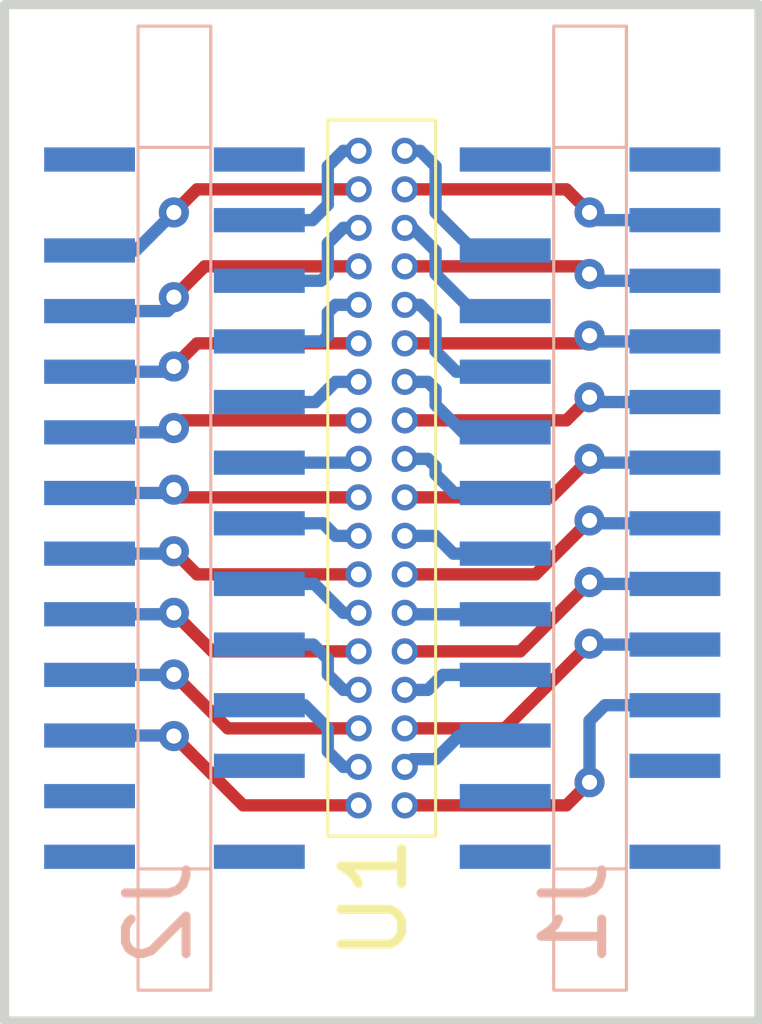
<source format=kicad_pcb>
(kicad_pcb (version 20171130) (host pcbnew "(5.1.6-0-10_14)")

  (general
    (thickness 1.6)
    (drawings 8)
    (tracks 167)
    (zones 0)
    (modules 3)
    (nets 49)
  )

  (page A4)
  (title_block
    (company "Universidade Federal de Minas Gerais")
    (comment 2 "Márcio Flávio Dutra Moraes")
    (comment 3 "Paulo Aparecido Amaral Júnior")
    (comment 4 "Flávio Afonso Gonçalves Mourão")
  )

  (layers
    (0 F.Cu signal)
    (31 B.Cu signal)
    (32 B.Adhes user)
    (33 F.Adhes user)
    (34 B.Paste user)
    (35 F.Paste user)
    (36 B.SilkS user)
    (37 F.SilkS user)
    (38 B.Mask user)
    (39 F.Mask user)
    (40 Dwgs.User user)
    (41 Cmts.User user)
    (42 Eco1.User user)
    (43 Eco2.User user)
    (44 Edge.Cuts user)
    (45 Margin user)
    (46 B.CrtYd user)
    (47 F.CrtYd user)
    (48 B.Fab user hide)
    (49 F.Fab user hide)
  )

  (setup
    (last_trace_width 0.2032)
    (trace_clearance 0.1778)
    (zone_clearance 0.508)
    (zone_45_only no)
    (trace_min 0.2)
    (via_size 0.49784)
    (via_drill 0.24892)
    (via_min_size 0.4)
    (via_min_drill 0.2032)
    (uvia_size 0.3)
    (uvia_drill 0.1)
    (uvias_allowed no)
    (uvia_min_size 0.254)
    (uvia_min_drill 0.1)
    (edge_width 0.15)
    (segment_width 0.2)
    (pcb_text_width 0.3)
    (pcb_text_size 1.5 1.5)
    (mod_edge_width 0.15)
    (mod_text_size 1 1)
    (mod_text_width 0.15)
    (pad_size 1.524 1.524)
    (pad_drill 0.762)
    (pad_to_mask_clearance 0.2)
    (aux_axis_origin 0 0)
    (visible_elements 7FFFFFFF)
    (pcbplotparams
      (layerselection 0x00030_80000001)
      (usegerberextensions false)
      (usegerberattributes true)
      (usegerberadvancedattributes true)
      (creategerberjobfile true)
      (excludeedgelayer true)
      (linewidth 0.100000)
      (plotframeref false)
      (viasonmask false)
      (mode 1)
      (useauxorigin false)
      (hpglpennumber 1)
      (hpglpenspeed 20)
      (hpglpendiameter 15.000000)
      (psnegative false)
      (psa4output false)
      (plotreference true)
      (plotvalue true)
      (plotinvisibletext false)
      (padsonsilk false)
      (subtractmaskfromsilk false)
      (outputformat 1)
      (mirror false)
      (drillshape 1)
      (scaleselection 1)
      (outputdirectory ""))
  )

  (net 0 "")
  (net 1 "Net-(J1-Pad42)")
  (net 2 "Net-(J1-Pad43)")
  (net 3 "Net-(J1-Pad41)")
  (net 4 /3)
  (net 5 /7)
  (net 6 /11)
  (net 7 /15)
  (net 8 /19)
  (net 9 /23)
  (net 10 /27)
  (net 11 /31)
  (net 12 /35)
  (net 13 "Net-(J1-Pad19)")
  (net 14 /1)
  (net 15 /5)
  (net 16 /9)
  (net 17 /13)
  (net 18 /17)
  (net 19 /21)
  (net 20 /25)
  (net 21 /29)
  (net 22 /33)
  (net 23 "Net-(J1-Pad20)")
  (net 24 "Net-(J1-Pad40)")
  (net 25 "Net-(J2-Pad42)")
  (net 26 "Net-(J2-Pad43)")
  (net 27 "Net-(J2-Pad41)")
  (net 28 /2)
  (net 29 /6)
  (net 30 /10)
  (net 31 /14)
  (net 32 /18)
  (net 33 /22)
  (net 34 /26)
  (net 35 /30)
  (net 36 /34)
  (net 37 "Net-(J2-Pad19)")
  (net 38 /4)
  (net 39 /8)
  (net 40 /12)
  (net 41 /16)
  (net 42 /20)
  (net 43 /24)
  (net 44 /28)
  (net 45 /32)
  (net 46 /36)
  (net 47 "Net-(J2-Pad20)")
  (net 48 "Net-(J2-Pad40)")

  (net_class Default "This is the default net class."
    (clearance 0.1778)
    (trace_width 0.2032)
    (via_dia 0.49784)
    (via_drill 0.24892)
    (uvia_dia 0.3)
    (uvia_drill 0.1)
    (add_net /1)
    (add_net /10)
    (add_net /11)
    (add_net /12)
    (add_net /13)
    (add_net /14)
    (add_net /15)
    (add_net /16)
    (add_net /17)
    (add_net /18)
    (add_net /19)
    (add_net /2)
    (add_net /20)
    (add_net /21)
    (add_net /22)
    (add_net /23)
    (add_net /24)
    (add_net /25)
    (add_net /26)
    (add_net /27)
    (add_net /28)
    (add_net /29)
    (add_net /3)
    (add_net /30)
    (add_net /31)
    (add_net /32)
    (add_net /33)
    (add_net /34)
    (add_net /35)
    (add_net /36)
    (add_net /4)
    (add_net /5)
    (add_net /6)
    (add_net /7)
    (add_net /8)
    (add_net /9)
    (add_net "Net-(J1-Pad19)")
    (add_net "Net-(J1-Pad20)")
    (add_net "Net-(J1-Pad40)")
    (add_net "Net-(J1-Pad41)")
    (add_net "Net-(J1-Pad42)")
    (add_net "Net-(J1-Pad43)")
    (add_net "Net-(J2-Pad19)")
    (add_net "Net-(J2-Pad20)")
    (add_net "Net-(J2-Pad40)")
    (add_net "Net-(J2-Pad41)")
    (add_net "Net-(J2-Pad42)")
    (add_net "Net-(J2-Pad43)")
  )

  (module NNClib:FFCfemale20 (layer B.Cu) (tedit 5B3B6979) (tstamp 5B2D7433)
    (at 157.099 103.632 270)
    (path /5B2D415F)
    (fp_text reference J1 (at 11.43 2.413 270) (layer B.SilkS)
      (effects (font (size 1 1) (thickness 0.15)) (justify mirror))
    )
    (fp_text value FFCfemale20 (at -6.1595 -9.2075) (layer B.Fab)
      (effects (font (size 1 1) (thickness 0.15)) (justify mirror))
    )
    (fp_line (start 10.7 2.75) (end 10.7 1.55) (layer B.SilkS) (width 0.0508))
    (fp_line (start -1.2 2.75) (end 10.7 2.75) (layer B.SilkS) (width 0.0508))
    (fp_line (start -1.2 1.55) (end -1.2 2.75) (layer B.SilkS) (width 0.0508))
    (fp_line (start 10.7 1.55) (end -1.2 1.55) (layer B.SilkS) (width 0.0508))
    (fp_line (start -3.2 1.55) (end -1.2 1.55) (layer B.SilkS) (width 0.0508))
    (fp_line (start -1.2 1.55) (end -3.2 1.55) (layer B.SilkS) (width 0.0508))
    (fp_line (start -3.2 2.75) (end -3.2 1.55) (layer B.SilkS) (width 0.0508))
    (fp_line (start -1.2 2.75) (end -3.2 2.75) (layer B.SilkS) (width 0.0508))
    (fp_line (start 10.7 2.75) (end 12.7 2.75) (layer B.SilkS) (width 0.0508))
    (fp_line (start 12.7 1.55) (end 12.7 2.75) (layer B.SilkS) (width 0.0508))
    (fp_line (start 10.7 1.55) (end 12.7 1.55) (layer B.SilkS) (width 0.0508))
    (pad 42 smd rect (at 10.5 0.75 270) (size 0.4 1.5) (layers B.Cu B.Paste B.Mask)
      (net 1 "Net-(J1-Pad42)"))
    (pad 43 smd rect (at 10.5 3.55 270) (size 0.4 1.5) (layers B.Cu B.Paste B.Mask)
      (net 2 "Net-(J1-Pad43)"))
    (pad 41 smd rect (at -1 3.55 270) (size 0.4 1.5) (layers B.Cu B.Paste B.Mask)
      (net 3 "Net-(J1-Pad41)"))
    (pad 1 smd rect (at 0 0.75 90) (size 0.4 1.5) (layers B.Cu B.Paste B.Mask)
      (net 4 /3))
    (pad 3 smd rect (at 1 0.75 90) (size 0.4 1.5) (layers B.Cu B.Paste B.Mask)
      (net 5 /7))
    (pad 5 smd rect (at 2 0.75 90) (size 0.4 1.5) (layers B.Cu B.Paste B.Mask)
      (net 6 /11))
    (pad 7 smd rect (at 3 0.75 90) (size 0.4 1.5) (layers B.Cu B.Paste B.Mask)
      (net 7 /15))
    (pad 9 smd rect (at 4 0.75 90) (size 0.4 1.5) (layers B.Cu B.Paste B.Mask)
      (net 8 /19))
    (pad 11 smd rect (at 5 0.75 90) (size 0.4 1.5) (layers B.Cu B.Paste B.Mask)
      (net 9 /23))
    (pad 13 smd rect (at 6 0.75 90) (size 0.4 1.5) (layers B.Cu B.Paste B.Mask)
      (net 10 /27))
    (pad 15 smd rect (at 7 0.75 90) (size 0.4 1.5) (layers B.Cu B.Paste B.Mask)
      (net 11 /31))
    (pad 17 smd rect (at 8 0.75 90) (size 0.4 1.5) (layers B.Cu B.Paste B.Mask)
      (net 12 /35))
    (pad 19 smd rect (at 9 0.75 90) (size 0.4 1.5) (layers B.Cu B.Paste B.Mask)
      (net 13 "Net-(J1-Pad19)"))
    (pad 2 smd rect (at 0.5 3.55 90) (size 0.4 1.5) (layers B.Cu B.Paste B.Mask)
      (net 14 /1))
    (pad 4 smd rect (at 1.5 3.55 90) (size 0.4 1.5) (layers B.Cu B.Paste B.Mask)
      (net 15 /5))
    (pad 6 smd rect (at 2.5 3.55 90) (size 0.4 1.5) (layers B.Cu B.Paste B.Mask)
      (net 16 /9))
    (pad 8 smd rect (at 3.5 3.55 90) (size 0.4 1.5) (layers B.Cu B.Paste B.Mask)
      (net 17 /13))
    (pad 10 smd rect (at 4.5 3.55 90) (size 0.4 1.5) (layers B.Cu B.Paste B.Mask)
      (net 18 /17))
    (pad 12 smd rect (at 5.5 3.55 90) (size 0.4 1.5) (layers B.Cu B.Paste B.Mask)
      (net 19 /21))
    (pad 14 smd rect (at 6.5 3.55 90) (size 0.4 1.5) (layers B.Cu B.Paste B.Mask)
      (net 20 /25))
    (pad 16 smd rect (at 7.5 3.55 90) (size 0.4 1.5) (layers B.Cu B.Paste B.Mask)
      (net 21 /29))
    (pad 18 smd rect (at 8.5 3.55 90) (size 0.4 1.5) (layers B.Cu B.Paste B.Mask)
      (net 22 /33))
    (pad 20 smd rect (at 9.5 3.55 90) (size 0.4 1.5) (layers B.Cu B.Paste B.Mask)
      (net 23 "Net-(J1-Pad20)"))
    (pad 40 smd rect (at -1 0.75 270) (size 0.4 1.5) (layers B.Cu B.Paste B.Mask)
      (net 24 "Net-(J1-Pad40)"))
  )

  (module NNClib:FFCfemale20 (layer B.Cu) (tedit 5B3B6976) (tstamp 5B2D744F)
    (at 150.241 103.632 270)
    (path /5B2D4189)
    (fp_text reference J2 (at 11.43 2.413 270) (layer B.SilkS)
      (effects (font (size 1 1) (thickness 0.15)) (justify mirror))
    )
    (fp_text value FFCfemale20 (at -3.937 -16.4465) (layer B.Fab)
      (effects (font (size 1 1) (thickness 0.15)) (justify mirror))
    )
    (fp_line (start 10.7 2.75) (end 10.7 1.55) (layer B.SilkS) (width 0.0508))
    (fp_line (start -1.2 2.75) (end 10.7 2.75) (layer B.SilkS) (width 0.0508))
    (fp_line (start -1.2 1.55) (end -1.2 2.75) (layer B.SilkS) (width 0.0508))
    (fp_line (start 10.7 1.55) (end -1.2 1.55) (layer B.SilkS) (width 0.0508))
    (fp_line (start -3.2 1.55) (end -1.2 1.55) (layer B.SilkS) (width 0.0508))
    (fp_line (start -1.2 1.55) (end -3.2 1.55) (layer B.SilkS) (width 0.0508))
    (fp_line (start -3.2 2.75) (end -3.2 1.55) (layer B.SilkS) (width 0.0508))
    (fp_line (start -1.2 2.75) (end -3.2 2.75) (layer B.SilkS) (width 0.0508))
    (fp_line (start 10.7 2.75) (end 12.7 2.75) (layer B.SilkS) (width 0.0508))
    (fp_line (start 12.7 1.55) (end 12.7 2.75) (layer B.SilkS) (width 0.0508))
    (fp_line (start 10.7 1.55) (end 12.7 1.55) (layer B.SilkS) (width 0.0508))
    (pad 42 smd rect (at 10.5 0.75 270) (size 0.4 1.5) (layers B.Cu B.Paste B.Mask)
      (net 25 "Net-(J2-Pad42)"))
    (pad 43 smd rect (at 10.5 3.55 270) (size 0.4 1.5) (layers B.Cu B.Paste B.Mask)
      (net 26 "Net-(J2-Pad43)"))
    (pad 41 smd rect (at -1 3.55 270) (size 0.4 1.5) (layers B.Cu B.Paste B.Mask)
      (net 27 "Net-(J2-Pad41)"))
    (pad 1 smd rect (at 0 0.75 90) (size 0.4 1.5) (layers B.Cu B.Paste B.Mask)
      (net 28 /2))
    (pad 3 smd rect (at 1 0.75 90) (size 0.4 1.5) (layers B.Cu B.Paste B.Mask)
      (net 29 /6))
    (pad 5 smd rect (at 2 0.75 90) (size 0.4 1.5) (layers B.Cu B.Paste B.Mask)
      (net 30 /10))
    (pad 7 smd rect (at 3 0.75 90) (size 0.4 1.5) (layers B.Cu B.Paste B.Mask)
      (net 31 /14))
    (pad 9 smd rect (at 4 0.75 90) (size 0.4 1.5) (layers B.Cu B.Paste B.Mask)
      (net 32 /18))
    (pad 11 smd rect (at 5 0.75 90) (size 0.4 1.5) (layers B.Cu B.Paste B.Mask)
      (net 33 /22))
    (pad 13 smd rect (at 6 0.75 90) (size 0.4 1.5) (layers B.Cu B.Paste B.Mask)
      (net 34 /26))
    (pad 15 smd rect (at 7 0.75 90) (size 0.4 1.5) (layers B.Cu B.Paste B.Mask)
      (net 35 /30))
    (pad 17 smd rect (at 8 0.75 90) (size 0.4 1.5) (layers B.Cu B.Paste B.Mask)
      (net 36 /34))
    (pad 19 smd rect (at 9 0.75 90) (size 0.4 1.5) (layers B.Cu B.Paste B.Mask)
      (net 37 "Net-(J2-Pad19)"))
    (pad 2 smd rect (at 0.5 3.55 90) (size 0.4 1.5) (layers B.Cu B.Paste B.Mask)
      (net 38 /4))
    (pad 4 smd rect (at 1.5 3.55 90) (size 0.4 1.5) (layers B.Cu B.Paste B.Mask)
      (net 39 /8))
    (pad 6 smd rect (at 2.5 3.55 90) (size 0.4 1.5) (layers B.Cu B.Paste B.Mask)
      (net 40 /12))
    (pad 8 smd rect (at 3.5 3.55 90) (size 0.4 1.5) (layers B.Cu B.Paste B.Mask)
      (net 41 /16))
    (pad 10 smd rect (at 4.5 3.55 90) (size 0.4 1.5) (layers B.Cu B.Paste B.Mask)
      (net 42 /20))
    (pad 12 smd rect (at 5.5 3.55 90) (size 0.4 1.5) (layers B.Cu B.Paste B.Mask)
      (net 43 /24))
    (pad 14 smd rect (at 6.5 3.55 90) (size 0.4 1.5) (layers B.Cu B.Paste B.Mask)
      (net 44 /28))
    (pad 16 smd rect (at 7.5 3.55 90) (size 0.4 1.5) (layers B.Cu B.Paste B.Mask)
      (net 45 /32))
    (pad 18 smd rect (at 8.5 3.55 90) (size 0.4 1.5) (layers B.Cu B.Paste B.Mask)
      (net 46 /36))
    (pad 20 smd rect (at 9.5 3.55 90) (size 0.4 1.5) (layers B.Cu B.Paste B.Mask)
      (net 47 "Net-(J2-Pad20)"))
    (pad 40 smd rect (at -1 0.75 270) (size 0.4 1.5) (layers B.Cu B.Paste B.Mask)
      (net 48 "Net-(J2-Pad40)"))
  )

  (module NNClib:Omn_A79026_pin (layer F.Cu) (tedit 5B3B694F) (tstamp 5B46F40E)
    (at 150.114 102.489 270)
    (path /5B2D41C5)
    (fp_text reference U1 (at 12.319 -1.27 270) (layer F.SilkS)
      (effects (font (size 1 1) (thickness 0.15)))
    )
    (fp_text value Omn_A79026-001 (at -1.2065 -18.0975) (layer F.Fab)
      (effects (font (size 1 1) (thickness 0.15)))
    )
    (fp_line (start 11.303 -0.508) (end 11.303 -2.286) (layer F.SilkS) (width 0.0508))
    (fp_line (start -0.508 -2.286) (end -0.508 -0.508) (layer F.SilkS) (width 0.0508))
    (fp_line (start -0.508 -0.508) (end 0.254 -0.508) (layer F.SilkS) (width 0.0508))
    (fp_line (start -0.508 -2.286) (end 0.254 -2.286) (layer F.SilkS) (width 0.0508))
    (fp_line (start 11.303 -2.286) (end 10.541 -2.286) (layer F.SilkS) (width 0.0508))
    (fp_line (start 11.303 -0.508) (end 10.541 -0.508) (layer F.SilkS) (width 0.0508))
    (fp_line (start 0.254 -2.286) (end 10.541 -2.286) (layer F.SilkS) (width 0.05))
    (fp_line (start 0.254 -0.508) (end 10.541 -0.508) (layer F.SilkS) (width 0.05))
    (pad 1 thru_hole circle (at 0 -1.778 270) (size 0.4318 0.4318) (drill 0.254) (layers *.Cu *.Mask)
      (net 14 /1))
    (pad 2 thru_hole circle (at 0 -1.016 270) (size 0.4318 0.4318) (drill 0.254) (layers *.Cu *.Mask)
      (net 28 /2))
    (pad 3 thru_hole circle (at 0.635 -1.778 270) (size 0.4318 0.4318) (drill 0.254) (layers *.Cu *.Mask)
      (net 4 /3))
    (pad 4 thru_hole circle (at 0.635 -1.016 270) (size 0.4318 0.4318) (drill 0.254) (layers *.Cu *.Mask)
      (net 38 /4))
    (pad 5 thru_hole circle (at 1.27 -1.778 270) (size 0.4318 0.4318) (drill 0.254) (layers *.Cu *.Mask)
      (net 15 /5))
    (pad 6 thru_hole circle (at 1.27 -1.016 270) (size 0.4318 0.4318) (drill 0.254) (layers *.Cu *.Mask)
      (net 29 /6))
    (pad 7 thru_hole circle (at 1.905 -1.778 270) (size 0.4318 0.4318) (drill 0.254) (layers *.Cu *.Mask)
      (net 5 /7))
    (pad 8 thru_hole circle (at 1.905 -1.016 270) (size 0.4318 0.4318) (drill 0.254) (layers *.Cu *.Mask)
      (net 39 /8))
    (pad 9 thru_hole circle (at 2.54 -1.778 270) (size 0.4318 0.4318) (drill 0.254) (layers *.Cu *.Mask)
      (net 16 /9))
    (pad 10 thru_hole circle (at 2.54 -1.016 270) (size 0.4318 0.4318) (drill 0.254) (layers *.Cu *.Mask)
      (net 30 /10))
    (pad 11 thru_hole circle (at 3.175 -1.778 270) (size 0.4318 0.4318) (drill 0.254) (layers *.Cu *.Mask)
      (net 6 /11))
    (pad 12 thru_hole circle (at 3.175 -1.016 270) (size 0.4318 0.4318) (drill 0.254) (layers *.Cu *.Mask)
      (net 40 /12))
    (pad 13 thru_hole circle (at 3.81 -1.778 270) (size 0.4318 0.4318) (drill 0.254) (layers *.Cu *.Mask)
      (net 17 /13))
    (pad 14 thru_hole circle (at 3.81 -1.016 270) (size 0.4318 0.4318) (drill 0.254) (layers *.Cu *.Mask)
      (net 31 /14))
    (pad 15 thru_hole circle (at 4.445 -1.778 270) (size 0.4318 0.4318) (drill 0.254) (layers *.Cu *.Mask)
      (net 7 /15))
    (pad 16 thru_hole circle (at 4.445 -1.016 270) (size 0.4318 0.4318) (drill 0.254) (layers *.Cu *.Mask)
      (net 41 /16))
    (pad 17 thru_hole circle (at 5.08 -1.778 270) (size 0.4318 0.4318) (drill 0.254) (layers *.Cu *.Mask)
      (net 18 /17))
    (pad 18 thru_hole circle (at 5.08 -1.016 270) (size 0.4318 0.4318) (drill 0.254) (layers *.Cu *.Mask)
      (net 32 /18))
    (pad 19 thru_hole circle (at 5.715 -1.778 270) (size 0.4318 0.4318) (drill 0.254) (layers *.Cu *.Mask)
      (net 8 /19))
    (pad 20 thru_hole circle (at 5.715 -1.016 270) (size 0.4318 0.4318) (drill 0.254) (layers *.Cu *.Mask)
      (net 42 /20))
    (pad 21 thru_hole circle (at 6.35 -1.778 270) (size 0.4318 0.4318) (drill 0.254) (layers *.Cu *.Mask)
      (net 19 /21))
    (pad 22 thru_hole circle (at 6.35 -1.016 270) (size 0.4318 0.4318) (drill 0.254) (layers *.Cu *.Mask)
      (net 33 /22))
    (pad 23 thru_hole circle (at 6.985 -1.778 270) (size 0.4318 0.4318) (drill 0.254) (layers *.Cu *.Mask)
      (net 9 /23))
    (pad 24 thru_hole circle (at 6.985 -1.016 270) (size 0.4318 0.4318) (drill 0.254) (layers *.Cu *.Mask)
      (net 43 /24))
    (pad 25 thru_hole circle (at 7.62 -1.778 270) (size 0.4318 0.4318) (drill 0.254) (layers *.Cu *.Mask)
      (net 20 /25))
    (pad 26 thru_hole circle (at 7.62 -1.016 270) (size 0.4318 0.4318) (drill 0.254) (layers *.Cu *.Mask)
      (net 34 /26))
    (pad 27 thru_hole circle (at 8.255 -1.778 270) (size 0.4318 0.4318) (drill 0.254) (layers *.Cu *.Mask)
      (net 10 /27))
    (pad 28 thru_hole circle (at 8.255 -1.016 270) (size 0.4318 0.4318) (drill 0.254) (layers *.Cu *.Mask)
      (net 44 /28))
    (pad 29 thru_hole circle (at 8.89 -1.778 270) (size 0.4318 0.4318) (drill 0.254) (layers *.Cu *.Mask)
      (net 21 /29))
    (pad 30 thru_hole circle (at 8.89 -1.016 270) (size 0.4318 0.4318) (drill 0.254) (layers *.Cu *.Mask)
      (net 35 /30))
    (pad 31 thru_hole circle (at 9.525 -1.778 270) (size 0.4318 0.4318) (drill 0.254) (layers *.Cu *.Mask)
      (net 11 /31))
    (pad 32 thru_hole circle (at 9.525 -1.016 270) (size 0.4318 0.4318) (drill 0.254) (layers *.Cu *.Mask)
      (net 45 /32))
    (pad 33 thru_hole circle (at 10.16 -1.778 270) (size 0.4318 0.4318) (drill 0.254) (layers *.Cu *.Mask)
      (net 22 /33))
    (pad 34 thru_hole circle (at 10.16 -1.016 270) (size 0.4318 0.4318) (drill 0.254) (layers *.Cu *.Mask)
      (net 36 /34))
    (pad 35 thru_hole circle (at 10.795 -1.778 270) (size 0.4318 0.4318) (drill 0.254) (layers *.Cu *.Mask)
      (net 12 /35))
    (pad 36 thru_hole circle (at 10.795 -1.016 270) (size 0.4318 0.4318) (drill 0.254) (layers *.Cu *.Mask)
      (net 46 /36))
    (model "/Library/Application Support/kicad/packages3d/nnclib.3dshapes/Omn_A79026_001.wrl"
      (offset (xyz 5.333999919891357 1.269999980926514 2.666999959945679))
      (scale (xyz 0.39 0.39 0.39))
      (rotate (xyz 0 0 0))
    )
  )

  (gr_line (start 145.288 116.84) (end 145.288 116.078) (angle 90) (layer Edge.Cuts) (width 0.15))
  (gr_line (start 157.734 116.84) (end 145.288 116.84) (angle 90) (layer Edge.Cuts) (width 0.15))
  (gr_line (start 157.734 116.078) (end 157.734 116.84) (angle 90) (layer Edge.Cuts) (width 0.15))
  (gr_line (start 157.734 100.076) (end 157.734 100.838) (angle 90) (layer Edge.Cuts) (width 0.15))
  (gr_line (start 145.288 100.076) (end 157.734 100.076) (angle 90) (layer Edge.Cuts) (width 0.15))
  (gr_line (start 145.288 100.838) (end 145.288 100.076) (angle 90) (layer Edge.Cuts) (width 0.15))
  (gr_line (start 157.734 116.078) (end 157.734 100.838) (angle 90) (layer Edge.Cuts) (width 0.15))
  (gr_line (start 145.288 100.838) (end 145.288 116.078) (angle 90) (layer Edge.Cuts) (width 0.15))

  (segment (start 156.349 103.632) (end 155.067 103.632) (width 0.2032) (layer B.Cu) (net 4))
  (segment (start 154.559 103.124) (end 151.892 103.124) (width 0.2032) (layer F.Cu) (net 4) (tstamp 5B2D799D))
  (segment (start 154.94 103.505) (end 154.559 103.124) (width 0.2032) (layer F.Cu) (net 4) (tstamp 5B2D799C))
  (via (at 154.94 103.505) (size 0.49784) (drill 0.24892) (layers F.Cu B.Cu) (net 4))
  (segment (start 155.067 103.632) (end 154.94 103.505) (width 0.2032) (layer B.Cu) (net 4) (tstamp 5B2D7999))
  (segment (start 156.349 104.632) (end 155.051 104.632) (width 0.2032) (layer B.Cu) (net 5))
  (segment (start 154.813 104.394) (end 151.892 104.394) (width 0.2032) (layer F.Cu) (net 5) (tstamp 5B2D7996))
  (segment (start 154.94 104.521) (end 154.813 104.394) (width 0.2032) (layer F.Cu) (net 5) (tstamp 5B2D7995))
  (via (at 154.94 104.521) (size 0.49784) (drill 0.24892) (layers F.Cu B.Cu) (net 5))
  (segment (start 155.051 104.632) (end 154.94 104.521) (width 0.2032) (layer B.Cu) (net 5) (tstamp 5B2D7992))
  (segment (start 156.349 105.632) (end 155.035 105.632) (width 0.2032) (layer B.Cu) (net 6))
  (segment (start 154.813 105.664) (end 151.892 105.664) (width 0.2032) (layer F.Cu) (net 6) (tstamp 5B2D798F))
  (segment (start 154.94 105.537) (end 154.813 105.664) (width 0.2032) (layer F.Cu) (net 6) (tstamp 5B2D798E))
  (via (at 154.94 105.537) (size 0.49784) (drill 0.24892) (layers F.Cu B.Cu) (net 6))
  (segment (start 155.035 105.632) (end 154.94 105.537) (width 0.2032) (layer B.Cu) (net 6) (tstamp 5B2D798B))
  (segment (start 156.349 106.632) (end 155.019 106.632) (width 0.2032) (layer B.Cu) (net 7))
  (segment (start 154.559 106.934) (end 151.892 106.934) (width 0.2032) (layer F.Cu) (net 7) (tstamp 5B2D7988))
  (segment (start 154.94 106.553) (end 154.559 106.934) (width 0.2032) (layer F.Cu) (net 7) (tstamp 5B2D7987))
  (via (at 154.94 106.553) (size 0.49784) (drill 0.24892) (layers F.Cu B.Cu) (net 7))
  (segment (start 155.019 106.632) (end 154.94 106.553) (width 0.2032) (layer B.Cu) (net 7) (tstamp 5B2D7984))
  (segment (start 156.349 107.632) (end 155.003 107.632) (width 0.2032) (layer B.Cu) (net 8))
  (segment (start 154.305 108.204) (end 151.892 108.204) (width 0.2032) (layer F.Cu) (net 8) (tstamp 5B2D7981))
  (segment (start 154.94 107.569) (end 154.305 108.204) (width 0.2032) (layer F.Cu) (net 8) (tstamp 5B2D7980))
  (via (at 154.94 107.569) (size 0.49784) (drill 0.24892) (layers F.Cu B.Cu) (net 8))
  (segment (start 155.003 107.632) (end 154.94 107.569) (width 0.2032) (layer B.Cu) (net 8) (tstamp 5B2D797D))
  (segment (start 156.349 108.632) (end 154.987 108.632) (width 0.2032) (layer B.Cu) (net 9))
  (segment (start 154.051 109.474) (end 151.892 109.474) (width 0.2032) (layer F.Cu) (net 9) (tstamp 5B2D7979))
  (segment (start 154.94 108.585) (end 154.051 109.474) (width 0.2032) (layer F.Cu) (net 9) (tstamp 5B2D7978))
  (via (at 154.94 108.585) (size 0.49784) (drill 0.24892) (layers F.Cu B.Cu) (net 9))
  (segment (start 154.987 108.632) (end 154.94 108.585) (width 0.2032) (layer B.Cu) (net 9) (tstamp 5B2D7975))
  (segment (start 156.349 109.632) (end 154.971 109.632) (width 0.2032) (layer B.Cu) (net 10))
  (segment (start 153.797 110.744) (end 151.892 110.744) (width 0.2032) (layer F.Cu) (net 10) (tstamp 5B2D7971))
  (segment (start 154.94 109.601) (end 153.797 110.744) (width 0.2032) (layer F.Cu) (net 10) (tstamp 5B2D7970))
  (via (at 154.94 109.601) (size 0.49784) (drill 0.24892) (layers F.Cu B.Cu) (net 10))
  (segment (start 154.971 109.632) (end 154.94 109.601) (width 0.2032) (layer B.Cu) (net 10) (tstamp 5B2D796D))
  (segment (start 151.892 112.014) (end 153.543 112.014) (width 0.2032) (layer F.Cu) (net 11))
  (segment (start 154.955 110.632) (end 156.349 110.632) (width 0.2032) (layer B.Cu) (net 11) (tstamp 5B2D7969))
  (segment (start 154.94 110.617) (end 154.955 110.632) (width 0.2032) (layer B.Cu) (net 11) (tstamp 5B2D7968))
  (via (at 154.94 110.617) (size 0.49784) (drill 0.24892) (layers F.Cu B.Cu) (net 11))
  (segment (start 153.543 112.014) (end 154.94 110.617) (width 0.2032) (layer F.Cu) (net 11) (tstamp 5B2D7964))
  (segment (start 151.892 113.284) (end 154.559 113.284) (width 0.2032) (layer F.Cu) (net 12))
  (segment (start 155.195 111.632) (end 156.349 111.632) (width 0.2032) (layer B.Cu) (net 12) (tstamp 5B2D7961))
  (segment (start 154.94 111.887) (end 155.195 111.632) (width 0.2032) (layer B.Cu) (net 12) (tstamp 5B2D7960))
  (segment (start 154.94 112.903) (end 154.94 111.887) (width 0.2032) (layer B.Cu) (net 12) (tstamp 5B2D795F))
  (via (at 154.94 112.903) (size 0.49784) (drill 0.24892) (layers F.Cu B.Cu) (net 12))
  (segment (start 154.559 113.284) (end 154.94 112.903) (width 0.2032) (layer F.Cu) (net 12) (tstamp 5B2D795C))
  (segment (start 153.549 104.132) (end 153.027 104.132) (width 0.2032) (layer B.Cu) (net 14))
  (segment (start 153.027 104.132) (end 152.4 103.505) (width 0.2032) (layer B.Cu) (net 14) (tstamp 5B2D792E))
  (segment (start 152.4 103.505) (end 152.4 102.743) (width 0.2032) (layer B.Cu) (net 14) (tstamp 5B2D792F))
  (segment (start 152.4 102.743) (end 152.146 102.489) (width 0.2032) (layer B.Cu) (net 14) (tstamp 5B2D7930))
  (segment (start 152.146 102.489) (end 151.892 102.489) (width 0.2032) (layer B.Cu) (net 14) (tstamp 5B2D7931))
  (segment (start 153.549 105.132) (end 153.011 105.132) (width 0.2032) (layer B.Cu) (net 15))
  (segment (start 153.011 105.132) (end 152.4 104.521) (width 0.2032) (layer B.Cu) (net 15) (tstamp 5B2D7934))
  (segment (start 152.4 104.521) (end 152.4 104.14) (width 0.2032) (layer B.Cu) (net 15) (tstamp 5B2D7935))
  (segment (start 152.4 104.14) (end 152.019 103.759) (width 0.2032) (layer B.Cu) (net 15) (tstamp 5B2D7936))
  (segment (start 152.019 103.759) (end 151.892 103.759) (width 0.2032) (layer B.Cu) (net 15) (tstamp 5B2D7937))
  (segment (start 153.549 106.132) (end 152.741 106.132) (width 0.2032) (layer B.Cu) (net 16))
  (segment (start 152.146 105.029) (end 151.892 105.029) (width 0.2032) (layer B.Cu) (net 16) (tstamp 5B2D793D))
  (segment (start 152.4 105.283) (end 152.146 105.029) (width 0.2032) (layer B.Cu) (net 16) (tstamp 5B2D793C))
  (segment (start 152.4 105.791) (end 152.4 105.283) (width 0.2032) (layer B.Cu) (net 16) (tstamp 5B2D793B))
  (segment (start 152.741 106.132) (end 152.4 105.791) (width 0.2032) (layer B.Cu) (net 16) (tstamp 5B2D793A))
  (segment (start 153.549 107.132) (end 152.852 107.132) (width 0.2032) (layer B.Cu) (net 17))
  (segment (start 152.852 107.132) (end 152.4 106.68) (width 0.2032) (layer B.Cu) (net 17) (tstamp 5B2D7940))
  (segment (start 152.4 106.68) (end 152.4 106.426) (width 0.2032) (layer B.Cu) (net 17) (tstamp 5B2D7941))
  (segment (start 152.4 106.426) (end 152.273 106.299) (width 0.2032) (layer B.Cu) (net 17) (tstamp 5B2D7942))
  (segment (start 152.273 106.299) (end 151.892 106.299) (width 0.2032) (layer B.Cu) (net 17) (tstamp 5B2D7943))
  (segment (start 153.549 108.132) (end 152.709 108.132) (width 0.2032) (layer B.Cu) (net 18))
  (segment (start 152.273 107.569) (end 151.892 107.569) (width 0.2032) (layer B.Cu) (net 18) (tstamp 5B2D7949))
  (segment (start 152.4 107.696) (end 152.273 107.569) (width 0.2032) (layer B.Cu) (net 18) (tstamp 5B2D7948))
  (segment (start 152.4 107.823) (end 152.4 107.696) (width 0.2032) (layer B.Cu) (net 18) (tstamp 5B2D7947))
  (segment (start 152.709 108.132) (end 152.4 107.823) (width 0.2032) (layer B.Cu) (net 18) (tstamp 5B2D7946))
  (segment (start 153.549 109.132) (end 152.693 109.132) (width 0.2032) (layer B.Cu) (net 19))
  (segment (start 152.4 108.839) (end 151.892 108.839) (width 0.2032) (layer B.Cu) (net 19) (tstamp 5B2D794D))
  (segment (start 152.693 109.132) (end 152.4 108.839) (width 0.2032) (layer B.Cu) (net 19) (tstamp 5B2D794C))
  (segment (start 153.549 110.132) (end 151.915 110.132) (width 0.2032) (layer B.Cu) (net 20))
  (segment (start 151.915 110.132) (end 151.892 110.109) (width 0.2032) (layer B.Cu) (net 20) (tstamp 5B2D7950))
  (segment (start 153.549 111.132) (end 152.52 111.132) (width 0.2032) (layer B.Cu) (net 21))
  (segment (start 152.273 111.379) (end 151.892 111.379) (width 0.2032) (layer B.Cu) (net 21) (tstamp 5B2D7954))
  (segment (start 152.52 111.132) (end 152.273 111.379) (width 0.2032) (layer B.Cu) (net 21) (tstamp 5B2D7953))
  (segment (start 153.549 112.132) (end 152.79 112.132) (width 0.2032) (layer B.Cu) (net 22))
  (segment (start 152.4 112.522) (end 152.019 112.522) (width 0.2032) (layer B.Cu) (net 22) (tstamp 5B2D7958))
  (segment (start 152.79 112.132) (end 152.4 112.522) (width 0.2032) (layer B.Cu) (net 22) (tstamp 5B2D7957))
  (segment (start 152.019 112.522) (end 151.892 112.649) (width 0.2032) (layer B.Cu) (net 22) (tstamp 5B2D7959))
  (segment (start 149.491 103.632) (end 150.368 103.632) (width 0.2032) (layer B.Cu) (net 28))
  (segment (start 150.876 102.489) (end 151.13 102.489) (width 0.2032) (layer B.Cu) (net 28) (tstamp 5B2D78C1))
  (segment (start 150.622 102.743) (end 150.876 102.489) (width 0.2032) (layer B.Cu) (net 28) (tstamp 5B2D78C0))
  (segment (start 150.622 103.378) (end 150.622 102.743) (width 0.2032) (layer B.Cu) (net 28) (tstamp 5B2D78BF))
  (segment (start 150.368 103.632) (end 150.622 103.378) (width 0.2032) (layer B.Cu) (net 28) (tstamp 5B2D78BE))
  (segment (start 149.491 104.632) (end 150.511 104.632) (width 0.2032) (layer B.Cu) (net 29))
  (segment (start 150.876 103.759) (end 151.13 103.759) (width 0.2032) (layer B.Cu) (net 29) (tstamp 5B2D78C7))
  (segment (start 150.622 104.013) (end 150.876 103.759) (width 0.2032) (layer B.Cu) (net 29) (tstamp 5B2D78C6))
  (segment (start 150.622 104.521) (end 150.622 104.013) (width 0.2032) (layer B.Cu) (net 29) (tstamp 5B2D78C5))
  (segment (start 150.511 104.632) (end 150.622 104.521) (width 0.2032) (layer B.Cu) (net 29) (tstamp 5B2D78C4))
  (segment (start 149.491 105.632) (end 150.527 105.632) (width 0.2032) (layer B.Cu) (net 30))
  (segment (start 150.749 105.029) (end 151.13 105.029) (width 0.2032) (layer B.Cu) (net 30) (tstamp 5B2D78CD))
  (segment (start 150.622 105.156) (end 150.749 105.029) (width 0.2032) (layer B.Cu) (net 30) (tstamp 5B2D78CC))
  (segment (start 150.622 105.537) (end 150.622 105.156) (width 0.2032) (layer B.Cu) (net 30) (tstamp 5B2D78CB))
  (segment (start 150.527 105.632) (end 150.622 105.537) (width 0.2032) (layer B.Cu) (net 30) (tstamp 5B2D78CA))
  (segment (start 149.491 106.632) (end 150.416 106.632) (width 0.2032) (layer B.Cu) (net 31))
  (segment (start 150.749 106.299) (end 151.13 106.299) (width 0.2032) (layer B.Cu) (net 31) (tstamp 5B2D78D2))
  (segment (start 150.622 106.426) (end 150.749 106.299) (width 0.2032) (layer B.Cu) (net 31) (tstamp 5B2D78D1))
  (segment (start 150.416 106.632) (end 150.622 106.426) (width 0.2032) (layer B.Cu) (net 31) (tstamp 5B2D78D0))
  (segment (start 149.491 107.632) (end 151.067 107.632) (width 0.2032) (layer B.Cu) (net 32))
  (segment (start 151.067 107.632) (end 151.13 107.569) (width 0.2032) (layer B.Cu) (net 32) (tstamp 5B2D78D5))
  (segment (start 149.491 108.632) (end 150.542 108.632) (width 0.2032) (layer B.Cu) (net 33))
  (segment (start 150.749 108.839) (end 151.13 108.839) (width 0.2032) (layer B.Cu) (net 33) (tstamp 5B2D78DA))
  (segment (start 150.622 108.712) (end 150.749 108.839) (width 0.2032) (layer B.Cu) (net 33) (tstamp 5B2D78D9))
  (segment (start 150.542 108.632) (end 150.622 108.712) (width 0.2032) (layer B.Cu) (net 33) (tstamp 5B2D78D8))
  (segment (start 149.491 109.632) (end 150.399 109.632) (width 0.2032) (layer B.Cu) (net 34))
  (segment (start 150.876 110.109) (end 151.13 110.109) (width 0.2032) (layer B.Cu) (net 34) (tstamp 5B2D78DE))
  (segment (start 150.399 109.632) (end 150.876 110.109) (width 0.2032) (layer B.Cu) (net 34) (tstamp 5B2D78DD))
  (segment (start 149.491 110.632) (end 150.383 110.632) (width 0.2032) (layer B.Cu) (net 35))
  (segment (start 150.876 111.379) (end 151.13 111.379) (width 0.2032) (layer B.Cu) (net 35) (tstamp 5B2D78EA))
  (segment (start 150.622 111.125) (end 150.876 111.379) (width 0.2032) (layer B.Cu) (net 35) (tstamp 5B2D78E9))
  (segment (start 150.622 110.871) (end 150.622 111.125) (width 0.2032) (layer B.Cu) (net 35) (tstamp 5B2D78E8))
  (segment (start 150.383 110.632) (end 150.622 110.871) (width 0.2032) (layer B.Cu) (net 35) (tstamp 5B2D78E7))
  (segment (start 149.491 111.632) (end 150.24 111.632) (width 0.2032) (layer B.Cu) (net 36))
  (segment (start 150.24 111.632) (end 150.622 112.014) (width 0.2032) (layer B.Cu) (net 36) (tstamp 5B2D78E1))
  (segment (start 150.622 112.014) (end 150.622 112.395) (width 0.2032) (layer B.Cu) (net 36) (tstamp 5B2D78E2))
  (segment (start 150.622 112.395) (end 150.876 112.649) (width 0.2032) (layer B.Cu) (net 36) (tstamp 5B2D78E3))
  (segment (start 150.876 112.649) (end 151.13 112.649) (width 0.2032) (layer B.Cu) (net 36) (tstamp 5B2D78E4))
  (segment (start 146.691 104.132) (end 147.455 104.132) (width 0.2032) (layer B.Cu) (net 38))
  (segment (start 148.463 103.124) (end 151.13 103.124) (width 0.2032) (layer F.Cu) (net 38) (tstamp 5B2D792B))
  (segment (start 148.082 103.505) (end 148.463 103.124) (width 0.2032) (layer F.Cu) (net 38) (tstamp 5B2D792A))
  (via (at 148.082 103.505) (size 0.49784) (drill 0.24892) (layers F.Cu B.Cu) (net 38))
  (segment (start 147.455 104.132) (end 148.082 103.505) (width 0.2032) (layer B.Cu) (net 38) (tstamp 5B2D7927))
  (segment (start 146.691 105.132) (end 147.979 105.132) (width 0.2032) (layer B.Cu) (net 39))
  (segment (start 148.59 104.394) (end 151.13 104.394) (width 0.2032) (layer F.Cu) (net 39) (tstamp 5B2D7924))
  (segment (start 148.082 104.902) (end 148.59 104.394) (width 0.2032) (layer F.Cu) (net 39) (tstamp 5B2D7923))
  (via (at 148.082 104.902) (size 0.49784) (drill 0.24892) (layers F.Cu B.Cu) (net 39))
  (segment (start 148.082 105.029) (end 148.082 104.902) (width 0.2032) (layer B.Cu) (net 39) (tstamp 5B2D7921))
  (segment (start 147.979 105.132) (end 148.082 105.029) (width 0.2032) (layer B.Cu) (net 39) (tstamp 5B2D7920))
  (segment (start 146.691 106.132) (end 147.995 106.132) (width 0.2032) (layer B.Cu) (net 40))
  (segment (start 148.463 105.664) (end 151.13 105.664) (width 0.2032) (layer F.Cu) (net 40) (tstamp 5B2D791D))
  (segment (start 148.082 106.045) (end 148.463 105.664) (width 0.2032) (layer F.Cu) (net 40) (tstamp 5B2D791C))
  (via (at 148.082 106.045) (size 0.49784) (drill 0.24892) (layers F.Cu B.Cu) (net 40))
  (segment (start 147.995 106.132) (end 148.082 106.045) (width 0.2032) (layer B.Cu) (net 40) (tstamp 5B2D7919))
  (segment (start 146.691 107.132) (end 148.011 107.132) (width 0.2032) (layer B.Cu) (net 41))
  (segment (start 148.209 106.934) (end 151.13 106.934) (width 0.2032) (layer F.Cu) (net 41) (tstamp 5B2D7916))
  (segment (start 148.082 107.061) (end 148.209 106.934) (width 0.2032) (layer F.Cu) (net 41) (tstamp 5B2D7915))
  (via (at 148.082 107.061) (size 0.49784) (drill 0.24892) (layers F.Cu B.Cu) (net 41))
  (segment (start 148.011 107.132) (end 148.082 107.061) (width 0.2032) (layer B.Cu) (net 41) (tstamp 5B2D7912))
  (segment (start 146.691 108.132) (end 148.027 108.132) (width 0.2032) (layer B.Cu) (net 42))
  (segment (start 148.209 108.204) (end 151.13 108.204) (width 0.2032) (layer F.Cu) (net 42) (tstamp 5B2D790F))
  (segment (start 148.082 108.077) (end 148.209 108.204) (width 0.2032) (layer F.Cu) (net 42) (tstamp 5B2D790E))
  (via (at 148.082 108.077) (size 0.49784) (drill 0.24892) (layers F.Cu B.Cu) (net 42))
  (segment (start 148.027 108.132) (end 148.082 108.077) (width 0.2032) (layer B.Cu) (net 42) (tstamp 5B2D790B))
  (segment (start 146.691 109.132) (end 148.043 109.132) (width 0.2032) (layer B.Cu) (net 43))
  (segment (start 148.463 109.474) (end 151.13 109.474) (width 0.2032) (layer F.Cu) (net 43) (tstamp 5B2D7908))
  (segment (start 148.082 109.093) (end 148.463 109.474) (width 0.2032) (layer F.Cu) (net 43) (tstamp 5B2D7907))
  (via (at 148.082 109.093) (size 0.49784) (drill 0.24892) (layers F.Cu B.Cu) (net 43))
  (segment (start 148.043 109.132) (end 148.082 109.093) (width 0.2032) (layer B.Cu) (net 43) (tstamp 5B2D7904))
  (segment (start 146.691 110.132) (end 148.059 110.132) (width 0.2032) (layer B.Cu) (net 44))
  (segment (start 148.717 110.744) (end 151.13 110.744) (width 0.2032) (layer F.Cu) (net 44) (tstamp 5B2D7901))
  (segment (start 148.082 110.109) (end 148.717 110.744) (width 0.2032) (layer F.Cu) (net 44) (tstamp 5B2D7900))
  (via (at 148.082 110.109) (size 0.49784) (drill 0.24892) (layers F.Cu B.Cu) (net 44))
  (segment (start 148.059 110.132) (end 148.082 110.109) (width 0.2032) (layer B.Cu) (net 44) (tstamp 5B2D78FD))
  (segment (start 146.691 111.132) (end 148.075 111.132) (width 0.2032) (layer B.Cu) (net 45))
  (segment (start 148.971 112.014) (end 151.13 112.014) (width 0.2032) (layer F.Cu) (net 45) (tstamp 5B2D78F9))
  (segment (start 148.082 111.125) (end 148.971 112.014) (width 0.2032) (layer F.Cu) (net 45) (tstamp 5B2D78F8))
  (via (at 148.082 111.125) (size 0.49784) (drill 0.24892) (layers F.Cu B.Cu) (net 45))
  (segment (start 148.075 111.132) (end 148.082 111.125) (width 0.2032) (layer B.Cu) (net 45) (tstamp 5B2D78F5))
  (segment (start 146.691 112.132) (end 148.073 112.132) (width 0.2032) (layer B.Cu) (net 46))
  (segment (start 149.225 113.284) (end 151.13 113.284) (width 0.2032) (layer F.Cu) (net 46) (tstamp 5B2D78F1))
  (segment (start 148.082 112.141) (end 149.225 113.284) (width 0.2032) (layer F.Cu) (net 46) (tstamp 5B2D78F0))
  (via (at 148.082 112.141) (size 0.49784) (drill 0.24892) (layers F.Cu B.Cu) (net 46))
  (segment (start 148.073 112.132) (end 148.082 112.141) (width 0.2032) (layer B.Cu) (net 46) (tstamp 5B2D78ED))

)

</source>
